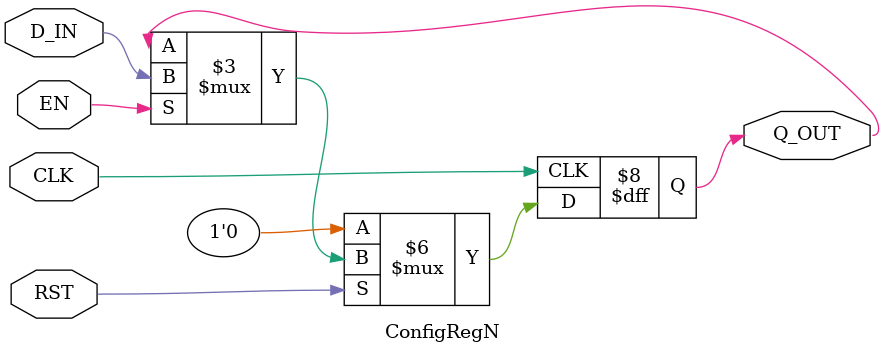
<source format=v>


// Permission is hereby granted, free of charge, to any person obtaining a copy
// of this software and associated documentation files (the "Software"), to deal
// in the Software without restriction, including without limitation the rights
// to use, copy, modify, merge, publish, distribute, sublicense, and/or sell
// copies of the Software, and to permit persons to whom the Software is
// furnished to do so, subject to the following conditions:

// The above copyright notice and this permission notice shall be included in
// all copies or substantial portions of the Software.

// THE SOFTWARE IS PROVIDED "AS IS", WITHOUT WARRANTY OF ANY KIND, EXPRESS OR
// IMPLIED, INCLUDING BUT NOT LIMITED TO THE WARRANTIES OF MERCHANTABILITY,
// FITNESS FOR A PARTICULAR PURPOSE AND NONINFRINGEMENT. IN NO EVENT SHALL THE
// AUTHORS OR COPYRIGHT HOLDERS BE LIABLE FOR ANY CLAIM, DAMAGES OR OTHER
// LIABILITY, WHETHER IN AN ACTION OF CONTRACT, TORT OR OTHERWISE, ARISING FROM,
// OUT OF OR IN CONNECTION WITH THE SOFTWARE OR THE USE OR OTHER DEALINGS IN
// THE SOFTWARE.
//
// $Revision: 29441 $
// $Date: 2012-08-27 21:58:03 +0000 (Mon, 27 Aug 2012) $

`ifdef BSV_ASSIGNMENT_DELAY
`else
  `define BSV_ASSIGNMENT_DELAY
`endif

`ifdef BSV_POSITIVE_RESET
  `define BSV_RESET_VALUE 1'b1
  `define BSV_RESET_EDGE posedge
`else
  `define BSV_RESET_VALUE 1'b0
  `define BSV_RESET_EDGE negedge
`endif


module ConfigRegN(CLK, RST, Q_OUT, D_IN, EN);

   parameter width = 1;
   parameter init  = { width {1'b0} } ;

   input     CLK;
   input     RST;
   input     EN;
   input [width - 1 : 0] D_IN;
   output [width - 1 : 0] Q_OUT;

   reg [width - 1 : 0]    Q_OUT;

   always@(posedge CLK)
     begin
        if (RST == `BSV_RESET_VALUE)
          Q_OUT <= `BSV_ASSIGNMENT_DELAY init;
        else
          begin
             if (EN)
               Q_OUT <= `BSV_ASSIGNMENT_DELAY D_IN;
          end // else: !if(RST == `BSV_RESET_VALUE)
     end

`ifdef BSV_NO_INITIAL_BLOCKS
`else // not BSV_NO_INITIAL_BLOCKS
   // synopsys translate_off
   initial begin
      Q_OUT = {((width + 1)/2){2'b10}} ;
   end
   // synopsys translate_on
`endif // BSV_NO_INITIAL_BLOCKS

endmodule


</source>
